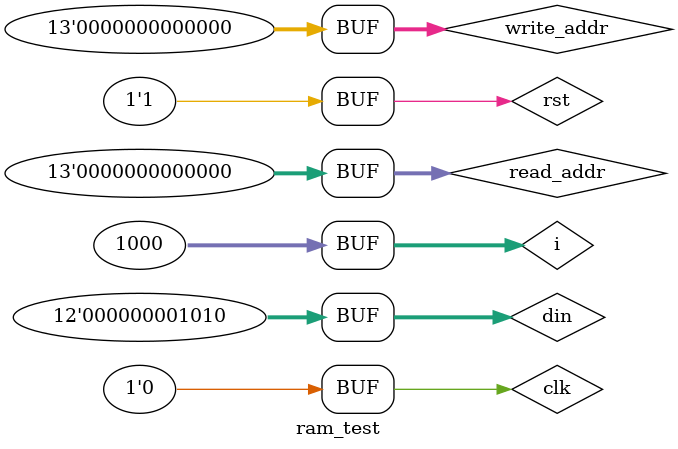
<source format=v>
`timescale 1ns / 1ps


module ram_test;

	// Inputs
	reg clk;
	reg rst;
	reg [12:0] write_addr;
	reg [12:0] read_addr;
	reg [11:0] din;

	// Outputs
	wire [11:0] dout;

	// Instantiate the Unit Under Test (UUT)
	dual_port_ram #(.WIDTH(13),.LENGTH(12)) uut (
		.clk(clk), 
		.rst(rst), 
		.write_addr(write_addr), 
		.read_addr(read_addr), 
		.din(din), 
		.dout(dout)
	);
	integer i;
	initial begin
		// Initialize Inputs
		clk = 0;
		rst = 1;
		write_addr = 0;
		read_addr = 0;
		din = 1;
		#5;
		rst = 0;
		#5
		rst = 1;
		// Wait 100 ns for global reset to finish
		#100;
      for(i=0;i<1000;i=i+1)begin
			clk = ~clk;
			#5;
			if(i==100)begin
				din = 10;
			end
		end
		// Add stimulus here

	end
      
endmodule


</source>
